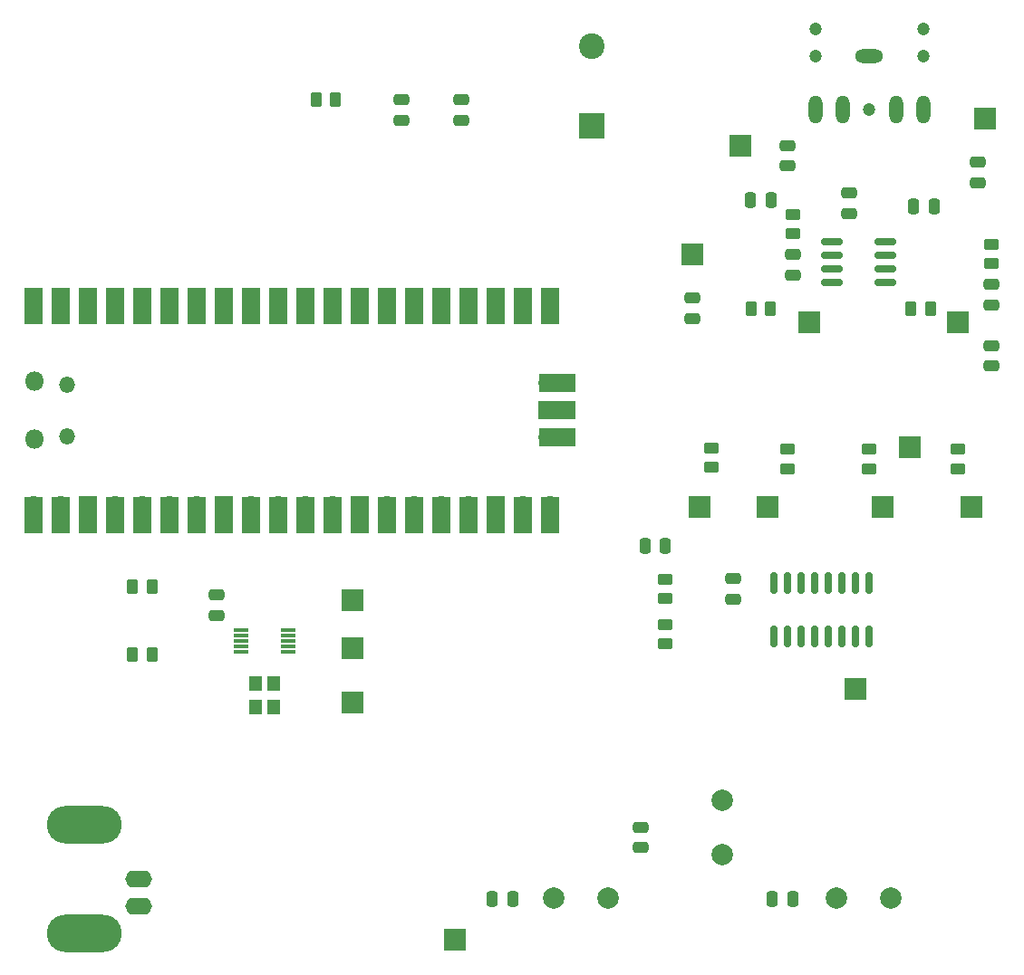
<source format=gbr>
%TF.GenerationSoftware,KiCad,Pcbnew,(6.0.4-0)*%
%TF.CreationDate,2022-04-29T09:39:16-07:00*%
%TF.ProjectId,Receiver Schematic,52656365-6976-4657-9220-536368656d61,rev?*%
%TF.SameCoordinates,Original*%
%TF.FileFunction,Soldermask,Top*%
%TF.FilePolarity,Negative*%
%FSLAX46Y46*%
G04 Gerber Fmt 4.6, Leading zero omitted, Abs format (unit mm)*
G04 Created by KiCad (PCBNEW (6.0.4-0)) date 2022-04-29 09:39:16*
%MOMM*%
%LPD*%
G01*
G04 APERTURE LIST*
G04 Aperture macros list*
%AMRoundRect*
0 Rectangle with rounded corners*
0 $1 Rounding radius*
0 $2 $3 $4 $5 $6 $7 $8 $9 X,Y pos of 4 corners*
0 Add a 4 corners polygon primitive as box body*
4,1,4,$2,$3,$4,$5,$6,$7,$8,$9,$2,$3,0*
0 Add four circle primitives for the rounded corners*
1,1,$1+$1,$2,$3*
1,1,$1+$1,$4,$5*
1,1,$1+$1,$6,$7*
1,1,$1+$1,$8,$9*
0 Add four rect primitives between the rounded corners*
20,1,$1+$1,$2,$3,$4,$5,0*
20,1,$1+$1,$4,$5,$6,$7,0*
20,1,$1+$1,$6,$7,$8,$9,0*
20,1,$1+$1,$8,$9,$2,$3,0*%
G04 Aperture macros list end*
%ADD10RoundRect,0.250000X0.262500X0.450000X-0.262500X0.450000X-0.262500X-0.450000X0.262500X-0.450000X0*%
%ADD11RoundRect,0.250000X0.450000X-0.262500X0.450000X0.262500X-0.450000X0.262500X-0.450000X-0.262500X0*%
%ADD12RoundRect,0.250000X-0.475000X0.250000X-0.475000X-0.250000X0.475000X-0.250000X0.475000X0.250000X0*%
%ADD13R,1.200000X1.400000*%
%ADD14RoundRect,0.250000X0.475000X-0.250000X0.475000X0.250000X-0.475000X0.250000X-0.475000X-0.250000X0*%
%ADD15RoundRect,0.250000X0.250000X0.475000X-0.250000X0.475000X-0.250000X-0.475000X0.250000X-0.475000X0*%
%ADD16RoundRect,0.250000X-0.262500X-0.450000X0.262500X-0.450000X0.262500X0.450000X-0.262500X0.450000X0*%
%ADD17R,2.000000X2.000000*%
%ADD18C,1.200000*%
%ADD19O,2.616000X1.308000*%
%ADD20O,1.308000X2.616000*%
%ADD21RoundRect,0.250000X-0.250000X-0.475000X0.250000X-0.475000X0.250000X0.475000X-0.250000X0.475000X0*%
%ADD22O,2.500000X1.600000*%
%ADD23O,7.000000X3.500000*%
%ADD24C,2.000000*%
%ADD25R,2.400000X2.400000*%
%ADD26C,2.400000*%
%ADD27RoundRect,0.250000X-0.450000X0.262500X-0.450000X-0.262500X0.450000X-0.262500X0.450000X0.262500X0*%
%ADD28RoundRect,0.150000X0.150000X-0.825000X0.150000X0.825000X-0.150000X0.825000X-0.150000X-0.825000X0*%
%ADD29RoundRect,0.150000X-0.825000X-0.150000X0.825000X-0.150000X0.825000X0.150000X-0.825000X0.150000X0*%
%ADD30R,1.400000X0.300000*%
%ADD31O,1.800000X1.800000*%
%ADD32O,1.500000X1.500000*%
%ADD33O,1.700000X1.700000*%
%ADD34R,1.700000X3.500000*%
%ADD35R,1.700000X1.700000*%
%ADD36R,3.500000X1.700000*%
G04 APERTURE END LIST*
D10*
%TO.C,R10*%
X122832500Y-74930000D03*
X121007500Y-74930000D03*
%TD*%
D11*
%TO.C,R4*%
X140335000Y-89939500D03*
X140335000Y-88114500D03*
%TD*%
D12*
%TO.C,C12*%
X71120000Y-101732000D03*
X71120000Y-103632000D03*
%TD*%
D13*
%TO.C,Y1*%
X76415000Y-112225000D03*
X76415000Y-110025000D03*
X74715000Y-110025000D03*
X74715000Y-112225000D03*
%TD*%
D14*
%TO.C,C20*%
X124460000Y-61590000D03*
X124460000Y-59690000D03*
%TD*%
D15*
%TO.C,C3*%
X98740000Y-130175000D03*
X96840000Y-130175000D03*
%TD*%
D16*
%TO.C,R13*%
X80367500Y-55372000D03*
X82192500Y-55372000D03*
%TD*%
%TO.C,R9*%
X135970000Y-74930000D03*
X137795000Y-74930000D03*
%TD*%
D17*
%TO.C,TP11*%
X126492000Y-76200000D03*
%TD*%
D18*
%TO.C,J1*%
X137080000Y-51308000D03*
X127080000Y-51308000D03*
X132080000Y-56308000D03*
X127080000Y-48808000D03*
X137080000Y-48808000D03*
D19*
X132080000Y-51308000D03*
D20*
X127080000Y-56308000D03*
X137080000Y-56308000D03*
X129580000Y-56308000D03*
X134580000Y-56308000D03*
%TD*%
D12*
%TO.C,C9*%
X143510000Y-78425000D03*
X143510000Y-80325000D03*
%TD*%
D11*
%TO.C,R8*%
X143510000Y-70762500D03*
X143510000Y-68937500D03*
%TD*%
%TO.C,R5*%
X117348000Y-89812500D03*
X117348000Y-87987500D03*
%TD*%
D21*
%TO.C,C7*%
X123002000Y-130175000D03*
X124902000Y-130175000D03*
%TD*%
D12*
%TO.C,C15*%
X124968000Y-69916000D03*
X124968000Y-71816000D03*
%TD*%
D22*
%TO.C,AntennaConnector1*%
X63810000Y-128270000D03*
D23*
X58730000Y-133350000D03*
X58730000Y-123190000D03*
D22*
X63810000Y-130810000D03*
%TD*%
D24*
%TO.C,L3*%
X129032000Y-130048000D03*
X134112000Y-130048000D03*
%TD*%
D14*
%TO.C,C13*%
X119380000Y-102102500D03*
X119380000Y-100202500D03*
%TD*%
D17*
%TO.C,TP15*%
X120015000Y-59690000D03*
%TD*%
D25*
%TO.C,C10*%
X106172000Y-57868755D03*
D26*
X106172000Y-50368755D03*
%TD*%
D17*
%TO.C,TP9*%
X122555000Y-93532500D03*
%TD*%
D21*
%TO.C,C11*%
X111130000Y-97155000D03*
X113030000Y-97155000D03*
%TD*%
D17*
%TO.C,TP7*%
X141605000Y-93532500D03*
%TD*%
%TO.C,TP2*%
X83820000Y-111760000D03*
%TD*%
%TO.C,TP4*%
X83820000Y-102235000D03*
%TD*%
D27*
%TO.C,R1*%
X113030000Y-100240000D03*
X113030000Y-102065000D03*
%TD*%
D17*
%TO.C,TP5*%
X83820000Y-106680000D03*
%TD*%
D14*
%TO.C,C19*%
X142240000Y-63180000D03*
X142240000Y-61280000D03*
%TD*%
D10*
%TO.C,R11*%
X65047500Y-100965000D03*
X63222500Y-100965000D03*
%TD*%
D14*
%TO.C,C18*%
X130175000Y-66035000D03*
X130175000Y-64135000D03*
%TD*%
D17*
%TO.C,TP3*%
X130810000Y-110490000D03*
%TD*%
D24*
%TO.C,L1*%
X102616000Y-130048000D03*
X107696000Y-130048000D03*
%TD*%
D27*
%TO.C,R2*%
X113030000Y-104497500D03*
X113030000Y-106322500D03*
%TD*%
D11*
%TO.C,R6*%
X124460000Y-89939500D03*
X124460000Y-88114500D03*
%TD*%
D10*
%TO.C,R12*%
X65047500Y-107315000D03*
X63222500Y-107315000D03*
%TD*%
D11*
%TO.C,R7*%
X124968000Y-67968500D03*
X124968000Y-66143500D03*
%TD*%
D21*
%TO.C,C17*%
X120970000Y-64770000D03*
X122870000Y-64770000D03*
%TD*%
D12*
%TO.C,C8*%
X143510000Y-72710000D03*
X143510000Y-74610000D03*
%TD*%
D17*
%TO.C,TP12*%
X135890000Y-87884000D03*
%TD*%
%TO.C,TP14*%
X142875000Y-57150000D03*
%TD*%
D12*
%TO.C,C4*%
X88392000Y-55438000D03*
X88392000Y-57338000D03*
%TD*%
D17*
%TO.C,TP8*%
X116205000Y-93532500D03*
%TD*%
D28*
%TO.C,U3*%
X123190000Y-105597500D03*
X124460000Y-105597500D03*
X125730000Y-105597500D03*
X127000000Y-105597500D03*
X128270000Y-105597500D03*
X129540000Y-105597500D03*
X130810000Y-105597500D03*
X132080000Y-105597500D03*
X132080000Y-100647500D03*
X130810000Y-100647500D03*
X129540000Y-100647500D03*
X128270000Y-100647500D03*
X127000000Y-100647500D03*
X125730000Y-100647500D03*
X124460000Y-100647500D03*
X123190000Y-100647500D03*
%TD*%
D11*
%TO.C,R3*%
X132080000Y-89939500D03*
X132080000Y-88114500D03*
%TD*%
D29*
%TO.C,U4*%
X128589000Y-68707000D03*
X128589000Y-69977000D03*
X128589000Y-71247000D03*
X128589000Y-72517000D03*
X133539000Y-72517000D03*
X133539000Y-71247000D03*
X133539000Y-69977000D03*
X133539000Y-68707000D03*
%TD*%
D12*
%TO.C,C6*%
X93980000Y-55438000D03*
X93980000Y-57338000D03*
%TD*%
D17*
%TO.C,TP6*%
X133350000Y-93532500D03*
%TD*%
%TO.C,TP1*%
X93345000Y-133985000D03*
%TD*%
D14*
%TO.C,C5*%
X110744000Y-125344000D03*
X110744000Y-123444000D03*
%TD*%
D30*
%TO.C,U2*%
X73365000Y-105045000D03*
X73365000Y-105545000D03*
X73365000Y-106045000D03*
X73365000Y-106545000D03*
X73365000Y-107045000D03*
X77765000Y-107045000D03*
X77765000Y-106545000D03*
X77765000Y-106045000D03*
X77765000Y-105545000D03*
X77765000Y-105045000D03*
%TD*%
D14*
%TO.C,C14*%
X115570000Y-75880000D03*
X115570000Y-73980000D03*
%TD*%
D21*
%TO.C,C16*%
X136210000Y-65405000D03*
X138110000Y-65405000D03*
%TD*%
D17*
%TO.C,TP10*%
X115570000Y-69850000D03*
%TD*%
D24*
%TO.C,L2*%
X118364000Y-125984000D03*
X118364000Y-120904000D03*
%TD*%
D17*
%TO.C,TP13*%
X140335000Y-76200000D03*
%TD*%
D31*
%TO.C,U1*%
X54105000Y-81730000D03*
D32*
X57135000Y-86880000D03*
D31*
X54105000Y-87180000D03*
D32*
X57135000Y-82030000D03*
D33*
X53975000Y-93345000D03*
D34*
X53975000Y-94245000D03*
X56515000Y-94245000D03*
D33*
X56515000Y-93345000D03*
D35*
X59055000Y-93345000D03*
D34*
X59055000Y-94245000D03*
X61595000Y-94245000D03*
D33*
X61595000Y-93345000D03*
X64135000Y-93345000D03*
D34*
X64135000Y-94245000D03*
D33*
X66675000Y-93345000D03*
D34*
X66675000Y-94245000D03*
X69215000Y-94245000D03*
D33*
X69215000Y-93345000D03*
D34*
X71755000Y-94245000D03*
D35*
X71755000Y-93345000D03*
D33*
X74295000Y-93345000D03*
D34*
X74295000Y-94245000D03*
X76835000Y-94245000D03*
D33*
X76835000Y-93345000D03*
D34*
X79375000Y-94245000D03*
D33*
X79375000Y-93345000D03*
D34*
X81915000Y-94245000D03*
D33*
X81915000Y-93345000D03*
D34*
X84455000Y-94245000D03*
D35*
X84455000Y-93345000D03*
D33*
X86995000Y-93345000D03*
D34*
X86995000Y-94245000D03*
X89535000Y-94245000D03*
D33*
X89535000Y-93345000D03*
X92075000Y-93345000D03*
D34*
X92075000Y-94245000D03*
X94615000Y-94245000D03*
D33*
X94615000Y-93345000D03*
D35*
X97155000Y-93345000D03*
D34*
X97155000Y-94245000D03*
D33*
X99695000Y-93345000D03*
D34*
X99695000Y-94245000D03*
X102235000Y-94245000D03*
D33*
X102235000Y-93345000D03*
D34*
X102235000Y-74665000D03*
D33*
X102235000Y-75565000D03*
D34*
X99695000Y-74665000D03*
D33*
X99695000Y-75565000D03*
D34*
X97155000Y-74665000D03*
D35*
X97155000Y-75565000D03*
D34*
X94615000Y-74665000D03*
D33*
X94615000Y-75565000D03*
D34*
X92075000Y-74665000D03*
D33*
X92075000Y-75565000D03*
D34*
X89535000Y-74665000D03*
D33*
X89535000Y-75565000D03*
D34*
X86995000Y-74665000D03*
D33*
X86995000Y-75565000D03*
D35*
X84455000Y-75565000D03*
D34*
X84455000Y-74665000D03*
D33*
X81915000Y-75565000D03*
D34*
X81915000Y-74665000D03*
D33*
X79375000Y-75565000D03*
D34*
X79375000Y-74665000D03*
D33*
X76835000Y-75565000D03*
D34*
X76835000Y-74665000D03*
D33*
X74295000Y-75565000D03*
D34*
X74295000Y-74665000D03*
D35*
X71755000Y-75565000D03*
D34*
X71755000Y-74665000D03*
D33*
X69215000Y-75565000D03*
D34*
X69215000Y-74665000D03*
D33*
X66675000Y-75565000D03*
D34*
X66675000Y-74665000D03*
X64135000Y-74665000D03*
D33*
X64135000Y-75565000D03*
X61595000Y-75565000D03*
D34*
X61595000Y-74665000D03*
X59055000Y-74665000D03*
D35*
X59055000Y-75565000D03*
D34*
X56515000Y-74665000D03*
D33*
X56515000Y-75565000D03*
D34*
X53975000Y-74665000D03*
D33*
X53975000Y-75565000D03*
D36*
X102905000Y-86995000D03*
D33*
X102005000Y-86995000D03*
D35*
X102005000Y-84455000D03*
D36*
X102905000Y-84455000D03*
X102905000Y-81915000D03*
D33*
X102005000Y-81915000D03*
%TD*%
M02*

</source>
